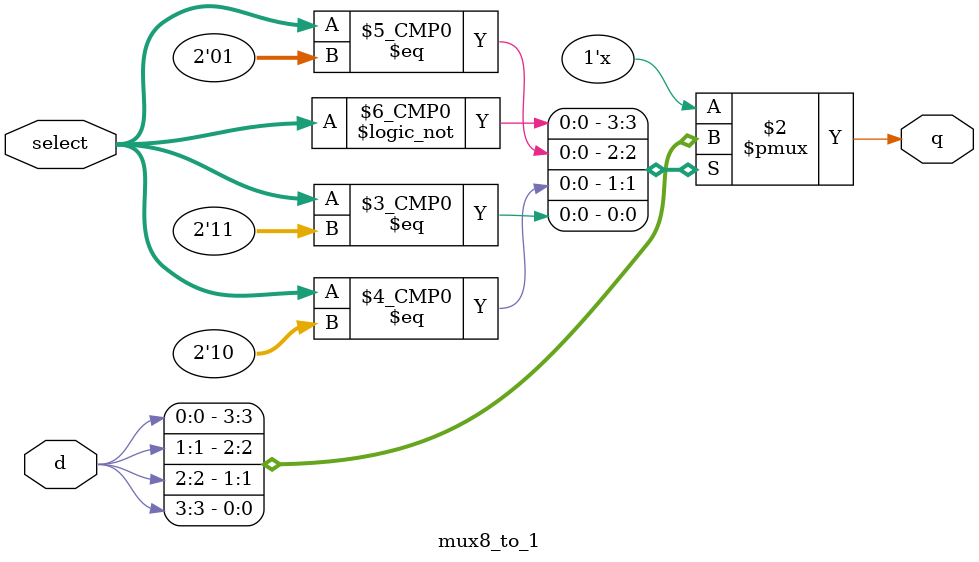
<source format=v>
`timescale 1ns / 1ps
module mux8_to_1(select, d, q);
     
     input     [1:0]     select;
     input     [7:0]     d;
     
     output              q;
     
     reg                 q;
     
     wire      [1:0]     w_select;      //wires for the selectors
     wire      [7:0]     w_d;           //wires for the d inputs
     
     always @(select or d)
     begin
          case(select)
               3'b000 : q = d[0];
               3'b001 : q = d[1];
               3'b010 : q = d[2];
               3'b011 : q = d[3];
               3'b100 : q = d[4];
               3'b101 : q = d[5];
               3'b110 : q = d[6];
               3'b111 : q = d[7];
          endcase
     end
endmodule

</source>
